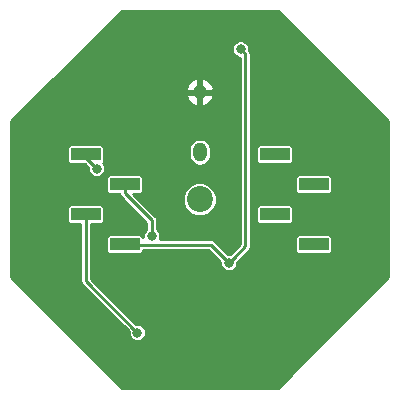
<source format=gbr>
G04 #@! TF.GenerationSoftware,KiCad,Pcbnew,(5.0.0)*
G04 #@! TF.CreationDate,2018-11-17T14:05:54+01:00*
G04 #@! TF.ProjectId,refPhotoDiode_MDversion,72656650686F746F44696F64655F4D44,rev?*
G04 #@! TF.SameCoordinates,Original*
G04 #@! TF.FileFunction,Copper,L1,Top,Signal*
G04 #@! TF.FilePolarity,Positive*
%FSLAX46Y46*%
G04 Gerber Fmt 4.6, Leading zero omitted, Abs format (unit mm)*
G04 Created by KiCad (PCBNEW (5.0.0)) date 11/17/18 14:05:54*
%MOMM*%
%LPD*%
G01*
G04 APERTURE LIST*
G04 #@! TA.AperFunction,SMDPad,CuDef*
%ADD10R,2.510000X1.000000*%
G04 #@! TD*
G04 #@! TA.AperFunction,ComponentPad*
%ADD11O,1.200000X1.600000*%
G04 #@! TD*
G04 #@! TA.AperFunction,ComponentPad*
%ADD12O,1.200000X1.200000*%
G04 #@! TD*
G04 #@! TA.AperFunction,WasherPad*
%ADD13C,2.200000*%
G04 #@! TD*
G04 #@! TA.AperFunction,ViaPad*
%ADD14C,0.800000*%
G04 #@! TD*
G04 #@! TA.AperFunction,Conductor*
%ADD15C,0.250000*%
G04 #@! TD*
G04 #@! TA.AperFunction,Conductor*
%ADD16C,0.254000*%
G04 #@! TD*
G04 APERTURE END LIST*
D10*
G04 #@! TO.P,J1,1*
G04 #@! TO.N,/R*
X140345000Y-91190000D03*
G04 #@! TO.P,J1,3*
G04 #@! TO.N,/B*
X140345000Y-96270000D03*
G04 #@! TO.P,J1,2*
G04 #@! TO.N,/G*
X143655000Y-93730000D03*
G04 #@! TO.P,J1,4*
G04 #@! TO.N,+5V*
X143655000Y-98810000D03*
G04 #@! TD*
D11*
G04 #@! TO.P,D1,1*
G04 #@! TO.N,Net-(C1-Pad2)*
X150000000Y-91000000D03*
D12*
G04 #@! TO.P,D1,2*
G04 #@! TO.N,GND*
X150000000Y-85920000D03*
G04 #@! TD*
D10*
G04 #@! TO.P,J2,4*
G04 #@! TO.N,Net-(J2-Pad4)*
X159655000Y-98810000D03*
G04 #@! TO.P,J2,2*
G04 #@! TO.N,Net-(J2-Pad2)*
X159655000Y-93730000D03*
G04 #@! TO.P,J2,3*
G04 #@! TO.N,Net-(J2-Pad3)*
X156345000Y-96270000D03*
G04 #@! TO.P,J2,1*
G04 #@! TO.N,Net-(J2-Pad1)*
X156345000Y-91190000D03*
G04 #@! TD*
D13*
G04 #@! TO.P,REF\002A\002A,*
G04 #@! TO.N,*
X150000000Y-95000000D03*
G04 #@! TD*
D14*
G04 #@! TO.N,+5V*
X152475000Y-100375000D03*
X153460000Y-82275000D03*
G04 #@! TO.N,GND*
X149500000Y-88875000D03*
X161050000Y-86750000D03*
X140975000Y-86550000D03*
X135400000Y-97725000D03*
X141125000Y-105750000D03*
X159250000Y-105025000D03*
X145050000Y-81650000D03*
X163975000Y-95525000D03*
X136525000Y-89300000D03*
X151375000Y-102300000D03*
X146125000Y-95575000D03*
X152600000Y-97425000D03*
G04 #@! TO.N,/R*
X141275000Y-92400000D03*
G04 #@! TO.N,/B*
X144725000Y-106275000D03*
G04 #@! TO.N,/G*
X145949695Y-98100000D03*
G04 #@! TD*
D15*
G04 #@! TO.N,+5V*
X144160000Y-98810000D02*
X144175000Y-98825000D01*
X142655000Y-98810000D02*
X144160000Y-98810000D01*
X150925000Y-98825000D02*
X152475000Y-100375000D01*
X144175000Y-98825000D02*
X150925000Y-98825000D01*
X152874999Y-99975001D02*
X152475000Y-100375000D01*
X153859999Y-98990001D02*
X152874999Y-99975001D01*
X153859999Y-82674999D02*
X153859999Y-98990001D01*
X153460000Y-82275000D02*
X153859999Y-82674999D01*
G04 #@! TO.N,/R*
X140065000Y-91190000D02*
X141275000Y-92400000D01*
X139345000Y-91190000D02*
X140065000Y-91190000D01*
G04 #@! TO.N,/B*
X140345000Y-101895000D02*
X144725000Y-106275000D01*
X140345000Y-96270000D02*
X140345000Y-101895000D01*
G04 #@! TO.N,/G*
X142650000Y-93735000D02*
X142655000Y-93730000D01*
X143655000Y-94480000D02*
X145950000Y-96775000D01*
X143655000Y-93730000D02*
X143655000Y-94480000D01*
X145950000Y-96775000D02*
X145950000Y-98099695D01*
X145950000Y-98099695D02*
X145949695Y-98100000D01*
G04 #@! TD*
D16*
G04 #@! TO.N,GND*
G36*
X165971863Y-88384240D02*
X165971862Y-101615761D01*
X156615763Y-110971862D01*
X143384239Y-110971862D01*
X134028138Y-101615763D01*
X134028138Y-95770000D01*
X138756594Y-95770000D01*
X138756594Y-96770000D01*
X138781973Y-96897589D01*
X138854246Y-97005754D01*
X138962411Y-97078027D01*
X139090000Y-97103406D01*
X139893000Y-97103406D01*
X139893001Y-101850477D01*
X139884145Y-101895000D01*
X139919225Y-102071361D01*
X139993909Y-102183133D01*
X140019127Y-102220874D01*
X140056867Y-102246091D01*
X143998000Y-106187224D01*
X143998000Y-106419609D01*
X144108679Y-106686813D01*
X144313187Y-106891321D01*
X144580391Y-107002000D01*
X144869609Y-107002000D01*
X145136813Y-106891321D01*
X145341321Y-106686813D01*
X145452000Y-106419609D01*
X145452000Y-106130391D01*
X145341321Y-105863187D01*
X145136813Y-105658679D01*
X144869609Y-105548000D01*
X144637224Y-105548000D01*
X140797000Y-101707776D01*
X140797000Y-97103406D01*
X141600000Y-97103406D01*
X141727589Y-97078027D01*
X141835754Y-97005754D01*
X141908027Y-96897589D01*
X141933406Y-96770000D01*
X141933406Y-95770000D01*
X141908027Y-95642411D01*
X141835754Y-95534246D01*
X141727589Y-95461973D01*
X141600000Y-95436594D01*
X139090000Y-95436594D01*
X138962411Y-95461973D01*
X138854246Y-95534246D01*
X138781973Y-95642411D01*
X138756594Y-95770000D01*
X134028138Y-95770000D01*
X134028138Y-93230000D01*
X142066594Y-93230000D01*
X142066594Y-94230000D01*
X142091973Y-94357589D01*
X142164246Y-94465754D01*
X142272411Y-94538027D01*
X142400000Y-94563406D01*
X143210735Y-94563406D01*
X143229225Y-94656361D01*
X143303909Y-94768133D01*
X143329127Y-94805874D01*
X143366867Y-94831091D01*
X145498000Y-96962225D01*
X145498001Y-97523560D01*
X145333374Y-97688187D01*
X145222695Y-97955391D01*
X145222695Y-98205879D01*
X145218027Y-98182411D01*
X145145754Y-98074246D01*
X145037589Y-98001973D01*
X144910000Y-97976594D01*
X142400000Y-97976594D01*
X142272411Y-98001973D01*
X142164246Y-98074246D01*
X142091973Y-98182411D01*
X142066594Y-98310000D01*
X142066594Y-99310000D01*
X142091973Y-99437589D01*
X142164246Y-99545754D01*
X142272411Y-99618027D01*
X142400000Y-99643406D01*
X144910000Y-99643406D01*
X145037589Y-99618027D01*
X145145754Y-99545754D01*
X145218027Y-99437589D01*
X145243406Y-99310000D01*
X145243406Y-99277000D01*
X150737776Y-99277000D01*
X151748000Y-100287225D01*
X151748000Y-100519609D01*
X151858679Y-100786813D01*
X152063187Y-100991321D01*
X152330391Y-101102000D01*
X152619609Y-101102000D01*
X152886813Y-100991321D01*
X153091321Y-100786813D01*
X153202000Y-100519609D01*
X153202000Y-100287225D01*
X153226090Y-100263135D01*
X153226092Y-100263132D01*
X154148130Y-99341094D01*
X154185873Y-99315875D01*
X154285774Y-99166363D01*
X154311999Y-99034519D01*
X154311999Y-99034518D01*
X154320854Y-98990002D01*
X154311999Y-98945485D01*
X154311999Y-98310000D01*
X158066594Y-98310000D01*
X158066594Y-99310000D01*
X158091973Y-99437589D01*
X158164246Y-99545754D01*
X158272411Y-99618027D01*
X158400000Y-99643406D01*
X160910000Y-99643406D01*
X161037589Y-99618027D01*
X161145754Y-99545754D01*
X161218027Y-99437589D01*
X161243406Y-99310000D01*
X161243406Y-98310000D01*
X161218027Y-98182411D01*
X161145754Y-98074246D01*
X161037589Y-98001973D01*
X160910000Y-97976594D01*
X158400000Y-97976594D01*
X158272411Y-98001973D01*
X158164246Y-98074246D01*
X158091973Y-98182411D01*
X158066594Y-98310000D01*
X154311999Y-98310000D01*
X154311999Y-95770000D01*
X154756594Y-95770000D01*
X154756594Y-96770000D01*
X154781973Y-96897589D01*
X154854246Y-97005754D01*
X154962411Y-97078027D01*
X155090000Y-97103406D01*
X157600000Y-97103406D01*
X157727589Y-97078027D01*
X157835754Y-97005754D01*
X157908027Y-96897589D01*
X157933406Y-96770000D01*
X157933406Y-95770000D01*
X157908027Y-95642411D01*
X157835754Y-95534246D01*
X157727589Y-95461973D01*
X157600000Y-95436594D01*
X155090000Y-95436594D01*
X154962411Y-95461973D01*
X154854246Y-95534246D01*
X154781973Y-95642411D01*
X154756594Y-95770000D01*
X154311999Y-95770000D01*
X154311999Y-93230000D01*
X158066594Y-93230000D01*
X158066594Y-94230000D01*
X158091973Y-94357589D01*
X158164246Y-94465754D01*
X158272411Y-94538027D01*
X158400000Y-94563406D01*
X160910000Y-94563406D01*
X161037589Y-94538027D01*
X161145754Y-94465754D01*
X161218027Y-94357589D01*
X161243406Y-94230000D01*
X161243406Y-93230000D01*
X161218027Y-93102411D01*
X161145754Y-92994246D01*
X161037589Y-92921973D01*
X160910000Y-92896594D01*
X158400000Y-92896594D01*
X158272411Y-92921973D01*
X158164246Y-92994246D01*
X158091973Y-93102411D01*
X158066594Y-93230000D01*
X154311999Y-93230000D01*
X154311999Y-90690000D01*
X154756594Y-90690000D01*
X154756594Y-91690000D01*
X154781973Y-91817589D01*
X154854246Y-91925754D01*
X154962411Y-91998027D01*
X155090000Y-92023406D01*
X157600000Y-92023406D01*
X157727589Y-91998027D01*
X157835754Y-91925754D01*
X157908027Y-91817589D01*
X157933406Y-91690000D01*
X157933406Y-90690000D01*
X157908027Y-90562411D01*
X157835754Y-90454246D01*
X157727589Y-90381973D01*
X157600000Y-90356594D01*
X155090000Y-90356594D01*
X154962411Y-90381973D01*
X154854246Y-90454246D01*
X154781973Y-90562411D01*
X154756594Y-90690000D01*
X154311999Y-90690000D01*
X154311999Y-82719516D01*
X154320854Y-82674998D01*
X154285774Y-82498637D01*
X154211090Y-82386865D01*
X154187000Y-82350812D01*
X154187000Y-82130391D01*
X154076321Y-81863187D01*
X153871813Y-81658679D01*
X153604609Y-81548000D01*
X153315391Y-81548000D01*
X153048187Y-81658679D01*
X152843679Y-81863187D01*
X152733000Y-82130391D01*
X152733000Y-82419609D01*
X152843679Y-82686813D01*
X153048187Y-82891321D01*
X153315391Y-83002000D01*
X153407999Y-83002000D01*
X153408000Y-98802776D01*
X152586868Y-99623908D01*
X152586865Y-99623910D01*
X152562775Y-99648000D01*
X152387225Y-99648000D01*
X151276093Y-98536869D01*
X151250874Y-98499126D01*
X151101362Y-98399225D01*
X150969518Y-98373000D01*
X150925000Y-98364145D01*
X150880482Y-98373000D01*
X146623514Y-98373000D01*
X146676695Y-98244609D01*
X146676695Y-97955391D01*
X146566016Y-97688187D01*
X146402000Y-97524171D01*
X146402000Y-96819517D01*
X146410855Y-96774999D01*
X146375775Y-96598638D01*
X146301091Y-96486866D01*
X146275874Y-96449126D01*
X146238134Y-96423909D01*
X144530377Y-94716152D01*
X148573000Y-94716152D01*
X148573000Y-95283848D01*
X148790247Y-95808331D01*
X149191669Y-96209753D01*
X149716152Y-96427000D01*
X150283848Y-96427000D01*
X150808331Y-96209753D01*
X151209753Y-95808331D01*
X151427000Y-95283848D01*
X151427000Y-94716152D01*
X151209753Y-94191669D01*
X150808331Y-93790247D01*
X150283848Y-93573000D01*
X149716152Y-93573000D01*
X149191669Y-93790247D01*
X148790247Y-94191669D01*
X148573000Y-94716152D01*
X144530377Y-94716152D01*
X144377630Y-94563406D01*
X144910000Y-94563406D01*
X145037589Y-94538027D01*
X145145754Y-94465754D01*
X145218027Y-94357589D01*
X145243406Y-94230000D01*
X145243406Y-93230000D01*
X145218027Y-93102411D01*
X145145754Y-92994246D01*
X145037589Y-92921973D01*
X144910000Y-92896594D01*
X142400000Y-92896594D01*
X142272411Y-92921973D01*
X142164246Y-92994246D01*
X142091973Y-93102411D01*
X142066594Y-93230000D01*
X134028138Y-93230000D01*
X134028138Y-90690000D01*
X138756594Y-90690000D01*
X138756594Y-91690000D01*
X138781973Y-91817589D01*
X138854246Y-91925754D01*
X138962411Y-91998027D01*
X139090000Y-92023406D01*
X140259182Y-92023406D01*
X140548000Y-92312224D01*
X140548000Y-92544609D01*
X140658679Y-92811813D01*
X140863187Y-93016321D01*
X141130391Y-93127000D01*
X141419609Y-93127000D01*
X141686813Y-93016321D01*
X141891321Y-92811813D01*
X142002000Y-92544609D01*
X142002000Y-92255391D01*
X141891321Y-91988187D01*
X141831638Y-91928504D01*
X141835754Y-91925754D01*
X141908027Y-91817589D01*
X141933406Y-91690000D01*
X141933406Y-90708699D01*
X149073000Y-90708699D01*
X149073000Y-91291302D01*
X149126785Y-91561697D01*
X149331671Y-91868330D01*
X149638304Y-92073215D01*
X150000000Y-92145161D01*
X150361697Y-92073215D01*
X150668330Y-91868330D01*
X150873215Y-91561697D01*
X150927000Y-91291301D01*
X150927000Y-90708698D01*
X150873215Y-90438303D01*
X150668330Y-90131670D01*
X150361696Y-89926785D01*
X150000000Y-89854839D01*
X149638303Y-89926785D01*
X149331670Y-90131670D01*
X149126785Y-90438304D01*
X149073000Y-90708699D01*
X141933406Y-90708699D01*
X141933406Y-90690000D01*
X141908027Y-90562411D01*
X141835754Y-90454246D01*
X141727589Y-90381973D01*
X141600000Y-90356594D01*
X139090000Y-90356594D01*
X138962411Y-90381973D01*
X138854246Y-90454246D01*
X138781973Y-90562411D01*
X138756594Y-90690000D01*
X134028138Y-90690000D01*
X134028138Y-88384237D01*
X136174764Y-86237611D01*
X148806528Y-86237611D01*
X149018920Y-86670156D01*
X149380673Y-86988497D01*
X149682391Y-87113462D01*
X149873000Y-86988731D01*
X149873000Y-86047000D01*
X150127000Y-86047000D01*
X150127000Y-86988731D01*
X150317609Y-87113462D01*
X150619327Y-86988497D01*
X150981080Y-86670156D01*
X151193472Y-86237611D01*
X151069714Y-86047000D01*
X150127000Y-86047000D01*
X149873000Y-86047000D01*
X148930286Y-86047000D01*
X148806528Y-86237611D01*
X136174764Y-86237611D01*
X136809986Y-85602389D01*
X148806528Y-85602389D01*
X148930286Y-85793000D01*
X149873000Y-85793000D01*
X149873000Y-84851269D01*
X150127000Y-84851269D01*
X150127000Y-85793000D01*
X151069714Y-85793000D01*
X151193472Y-85602389D01*
X150981080Y-85169844D01*
X150619327Y-84851503D01*
X150317609Y-84726538D01*
X150127000Y-84851269D01*
X149873000Y-84851269D01*
X149682391Y-84726538D01*
X149380673Y-84851503D01*
X149018920Y-85169844D01*
X148806528Y-85602389D01*
X136809986Y-85602389D01*
X143384239Y-79028138D01*
X156615763Y-79028138D01*
X165971863Y-88384240D01*
X165971863Y-88384240D01*
G37*
X165971863Y-88384240D02*
X165971862Y-101615761D01*
X156615763Y-110971862D01*
X143384239Y-110971862D01*
X134028138Y-101615763D01*
X134028138Y-95770000D01*
X138756594Y-95770000D01*
X138756594Y-96770000D01*
X138781973Y-96897589D01*
X138854246Y-97005754D01*
X138962411Y-97078027D01*
X139090000Y-97103406D01*
X139893000Y-97103406D01*
X139893001Y-101850477D01*
X139884145Y-101895000D01*
X139919225Y-102071361D01*
X139993909Y-102183133D01*
X140019127Y-102220874D01*
X140056867Y-102246091D01*
X143998000Y-106187224D01*
X143998000Y-106419609D01*
X144108679Y-106686813D01*
X144313187Y-106891321D01*
X144580391Y-107002000D01*
X144869609Y-107002000D01*
X145136813Y-106891321D01*
X145341321Y-106686813D01*
X145452000Y-106419609D01*
X145452000Y-106130391D01*
X145341321Y-105863187D01*
X145136813Y-105658679D01*
X144869609Y-105548000D01*
X144637224Y-105548000D01*
X140797000Y-101707776D01*
X140797000Y-97103406D01*
X141600000Y-97103406D01*
X141727589Y-97078027D01*
X141835754Y-97005754D01*
X141908027Y-96897589D01*
X141933406Y-96770000D01*
X141933406Y-95770000D01*
X141908027Y-95642411D01*
X141835754Y-95534246D01*
X141727589Y-95461973D01*
X141600000Y-95436594D01*
X139090000Y-95436594D01*
X138962411Y-95461973D01*
X138854246Y-95534246D01*
X138781973Y-95642411D01*
X138756594Y-95770000D01*
X134028138Y-95770000D01*
X134028138Y-93230000D01*
X142066594Y-93230000D01*
X142066594Y-94230000D01*
X142091973Y-94357589D01*
X142164246Y-94465754D01*
X142272411Y-94538027D01*
X142400000Y-94563406D01*
X143210735Y-94563406D01*
X143229225Y-94656361D01*
X143303909Y-94768133D01*
X143329127Y-94805874D01*
X143366867Y-94831091D01*
X145498000Y-96962225D01*
X145498001Y-97523560D01*
X145333374Y-97688187D01*
X145222695Y-97955391D01*
X145222695Y-98205879D01*
X145218027Y-98182411D01*
X145145754Y-98074246D01*
X145037589Y-98001973D01*
X144910000Y-97976594D01*
X142400000Y-97976594D01*
X142272411Y-98001973D01*
X142164246Y-98074246D01*
X142091973Y-98182411D01*
X142066594Y-98310000D01*
X142066594Y-99310000D01*
X142091973Y-99437589D01*
X142164246Y-99545754D01*
X142272411Y-99618027D01*
X142400000Y-99643406D01*
X144910000Y-99643406D01*
X145037589Y-99618027D01*
X145145754Y-99545754D01*
X145218027Y-99437589D01*
X145243406Y-99310000D01*
X145243406Y-99277000D01*
X150737776Y-99277000D01*
X151748000Y-100287225D01*
X151748000Y-100519609D01*
X151858679Y-100786813D01*
X152063187Y-100991321D01*
X152330391Y-101102000D01*
X152619609Y-101102000D01*
X152886813Y-100991321D01*
X153091321Y-100786813D01*
X153202000Y-100519609D01*
X153202000Y-100287225D01*
X153226090Y-100263135D01*
X153226092Y-100263132D01*
X154148130Y-99341094D01*
X154185873Y-99315875D01*
X154285774Y-99166363D01*
X154311999Y-99034519D01*
X154311999Y-99034518D01*
X154320854Y-98990002D01*
X154311999Y-98945485D01*
X154311999Y-98310000D01*
X158066594Y-98310000D01*
X158066594Y-99310000D01*
X158091973Y-99437589D01*
X158164246Y-99545754D01*
X158272411Y-99618027D01*
X158400000Y-99643406D01*
X160910000Y-99643406D01*
X161037589Y-99618027D01*
X161145754Y-99545754D01*
X161218027Y-99437589D01*
X161243406Y-99310000D01*
X161243406Y-98310000D01*
X161218027Y-98182411D01*
X161145754Y-98074246D01*
X161037589Y-98001973D01*
X160910000Y-97976594D01*
X158400000Y-97976594D01*
X158272411Y-98001973D01*
X158164246Y-98074246D01*
X158091973Y-98182411D01*
X158066594Y-98310000D01*
X154311999Y-98310000D01*
X154311999Y-95770000D01*
X154756594Y-95770000D01*
X154756594Y-96770000D01*
X154781973Y-96897589D01*
X154854246Y-97005754D01*
X154962411Y-97078027D01*
X155090000Y-97103406D01*
X157600000Y-97103406D01*
X157727589Y-97078027D01*
X157835754Y-97005754D01*
X157908027Y-96897589D01*
X157933406Y-96770000D01*
X157933406Y-95770000D01*
X157908027Y-95642411D01*
X157835754Y-95534246D01*
X157727589Y-95461973D01*
X157600000Y-95436594D01*
X155090000Y-95436594D01*
X154962411Y-95461973D01*
X154854246Y-95534246D01*
X154781973Y-95642411D01*
X154756594Y-95770000D01*
X154311999Y-95770000D01*
X154311999Y-93230000D01*
X158066594Y-93230000D01*
X158066594Y-94230000D01*
X158091973Y-94357589D01*
X158164246Y-94465754D01*
X158272411Y-94538027D01*
X158400000Y-94563406D01*
X160910000Y-94563406D01*
X161037589Y-94538027D01*
X161145754Y-94465754D01*
X161218027Y-94357589D01*
X161243406Y-94230000D01*
X161243406Y-93230000D01*
X161218027Y-93102411D01*
X161145754Y-92994246D01*
X161037589Y-92921973D01*
X160910000Y-92896594D01*
X158400000Y-92896594D01*
X158272411Y-92921973D01*
X158164246Y-92994246D01*
X158091973Y-93102411D01*
X158066594Y-93230000D01*
X154311999Y-93230000D01*
X154311999Y-90690000D01*
X154756594Y-90690000D01*
X154756594Y-91690000D01*
X154781973Y-91817589D01*
X154854246Y-91925754D01*
X154962411Y-91998027D01*
X155090000Y-92023406D01*
X157600000Y-92023406D01*
X157727589Y-91998027D01*
X157835754Y-91925754D01*
X157908027Y-91817589D01*
X157933406Y-91690000D01*
X157933406Y-90690000D01*
X157908027Y-90562411D01*
X157835754Y-90454246D01*
X157727589Y-90381973D01*
X157600000Y-90356594D01*
X155090000Y-90356594D01*
X154962411Y-90381973D01*
X154854246Y-90454246D01*
X154781973Y-90562411D01*
X154756594Y-90690000D01*
X154311999Y-90690000D01*
X154311999Y-82719516D01*
X154320854Y-82674998D01*
X154285774Y-82498637D01*
X154211090Y-82386865D01*
X154187000Y-82350812D01*
X154187000Y-82130391D01*
X154076321Y-81863187D01*
X153871813Y-81658679D01*
X153604609Y-81548000D01*
X153315391Y-81548000D01*
X153048187Y-81658679D01*
X152843679Y-81863187D01*
X152733000Y-82130391D01*
X152733000Y-82419609D01*
X152843679Y-82686813D01*
X153048187Y-82891321D01*
X153315391Y-83002000D01*
X153407999Y-83002000D01*
X153408000Y-98802776D01*
X152586868Y-99623908D01*
X152586865Y-99623910D01*
X152562775Y-99648000D01*
X152387225Y-99648000D01*
X151276093Y-98536869D01*
X151250874Y-98499126D01*
X151101362Y-98399225D01*
X150969518Y-98373000D01*
X150925000Y-98364145D01*
X150880482Y-98373000D01*
X146623514Y-98373000D01*
X146676695Y-98244609D01*
X146676695Y-97955391D01*
X146566016Y-97688187D01*
X146402000Y-97524171D01*
X146402000Y-96819517D01*
X146410855Y-96774999D01*
X146375775Y-96598638D01*
X146301091Y-96486866D01*
X146275874Y-96449126D01*
X146238134Y-96423909D01*
X144530377Y-94716152D01*
X148573000Y-94716152D01*
X148573000Y-95283848D01*
X148790247Y-95808331D01*
X149191669Y-96209753D01*
X149716152Y-96427000D01*
X150283848Y-96427000D01*
X150808331Y-96209753D01*
X151209753Y-95808331D01*
X151427000Y-95283848D01*
X151427000Y-94716152D01*
X151209753Y-94191669D01*
X150808331Y-93790247D01*
X150283848Y-93573000D01*
X149716152Y-93573000D01*
X149191669Y-93790247D01*
X148790247Y-94191669D01*
X148573000Y-94716152D01*
X144530377Y-94716152D01*
X144377630Y-94563406D01*
X144910000Y-94563406D01*
X145037589Y-94538027D01*
X145145754Y-94465754D01*
X145218027Y-94357589D01*
X145243406Y-94230000D01*
X145243406Y-93230000D01*
X145218027Y-93102411D01*
X145145754Y-92994246D01*
X145037589Y-92921973D01*
X144910000Y-92896594D01*
X142400000Y-92896594D01*
X142272411Y-92921973D01*
X142164246Y-92994246D01*
X142091973Y-93102411D01*
X142066594Y-93230000D01*
X134028138Y-93230000D01*
X134028138Y-90690000D01*
X138756594Y-90690000D01*
X138756594Y-91690000D01*
X138781973Y-91817589D01*
X138854246Y-91925754D01*
X138962411Y-91998027D01*
X139090000Y-92023406D01*
X140259182Y-92023406D01*
X140548000Y-92312224D01*
X140548000Y-92544609D01*
X140658679Y-92811813D01*
X140863187Y-93016321D01*
X141130391Y-93127000D01*
X141419609Y-93127000D01*
X141686813Y-93016321D01*
X141891321Y-92811813D01*
X142002000Y-92544609D01*
X142002000Y-92255391D01*
X141891321Y-91988187D01*
X141831638Y-91928504D01*
X141835754Y-91925754D01*
X141908027Y-91817589D01*
X141933406Y-91690000D01*
X141933406Y-90708699D01*
X149073000Y-90708699D01*
X149073000Y-91291302D01*
X149126785Y-91561697D01*
X149331671Y-91868330D01*
X149638304Y-92073215D01*
X150000000Y-92145161D01*
X150361697Y-92073215D01*
X150668330Y-91868330D01*
X150873215Y-91561697D01*
X150927000Y-91291301D01*
X150927000Y-90708698D01*
X150873215Y-90438303D01*
X150668330Y-90131670D01*
X150361696Y-89926785D01*
X150000000Y-89854839D01*
X149638303Y-89926785D01*
X149331670Y-90131670D01*
X149126785Y-90438304D01*
X149073000Y-90708699D01*
X141933406Y-90708699D01*
X141933406Y-90690000D01*
X141908027Y-90562411D01*
X141835754Y-90454246D01*
X141727589Y-90381973D01*
X141600000Y-90356594D01*
X139090000Y-90356594D01*
X138962411Y-90381973D01*
X138854246Y-90454246D01*
X138781973Y-90562411D01*
X138756594Y-90690000D01*
X134028138Y-90690000D01*
X134028138Y-88384237D01*
X136174764Y-86237611D01*
X148806528Y-86237611D01*
X149018920Y-86670156D01*
X149380673Y-86988497D01*
X149682391Y-87113462D01*
X149873000Y-86988731D01*
X149873000Y-86047000D01*
X150127000Y-86047000D01*
X150127000Y-86988731D01*
X150317609Y-87113462D01*
X150619327Y-86988497D01*
X150981080Y-86670156D01*
X151193472Y-86237611D01*
X151069714Y-86047000D01*
X150127000Y-86047000D01*
X149873000Y-86047000D01*
X148930286Y-86047000D01*
X148806528Y-86237611D01*
X136174764Y-86237611D01*
X136809986Y-85602389D01*
X148806528Y-85602389D01*
X148930286Y-85793000D01*
X149873000Y-85793000D01*
X149873000Y-84851269D01*
X150127000Y-84851269D01*
X150127000Y-85793000D01*
X151069714Y-85793000D01*
X151193472Y-85602389D01*
X150981080Y-85169844D01*
X150619327Y-84851503D01*
X150317609Y-84726538D01*
X150127000Y-84851269D01*
X149873000Y-84851269D01*
X149682391Y-84726538D01*
X149380673Y-84851503D01*
X149018920Y-85169844D01*
X148806528Y-85602389D01*
X136809986Y-85602389D01*
X143384239Y-79028138D01*
X156615763Y-79028138D01*
X165971863Y-88384240D01*
G04 #@! TD*
M02*

</source>
